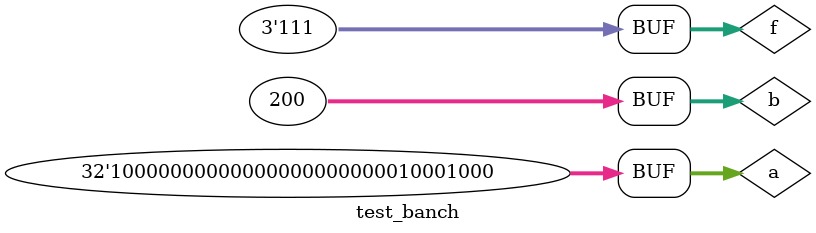
<source format=v>
`timescale 1ns / 1ps


module test_banch();

reg [31:0] a = 32'b0;
reg [31:0] b = 32'b100;
reg [2:0] f = 3'b000;
wire [2:0]t;
wire [31:0]out;

ALU test(.a(a),.b(b),.f(f),.t(t),.y(out));

initial begin
    #10 a = 32'b0000_0000_0000_0000_0000_0000_1000_1000; b = 32'b0000_0000_0000_0000_0000_0000_1100_1000; f = 3'b000;
    #10 a = 32'b0000_0000_0000_0000_0000_0000_1000_1000; b = 32'b1000_0000_0000_0000_0000_0000_1000_1000; f = 3'b000;
    #10 a = 32'b1000_0000_0000_0000_0000_0000_1000_1000; b = 32'b1000_0000_0000_0000_0000_0000_1000_1000; f = 3'b000;
    #10 a = 32'b0000_0000_0000_0000_0000_0000_1000_1000; b = 32'b0000_0000_0000_0000_0000_0000_1000_1000; f = 3'b000;
    #10 a = 32'b1000_0000_0000_0000_0000_0000_1000_1000; b = 32'b0000_0000_0000_0000_0000_0000_1100_1000; f = 3'b000;
    #20 f = 3'b001;
    #20 f = 3'b010;
    #20 f = 3'b011;
    #20 f = 3'b100;
    #20 f = 3'b101;
    #20 f = 3'b110;
    #20 f = 3'b111;

end
endmodule

</source>
